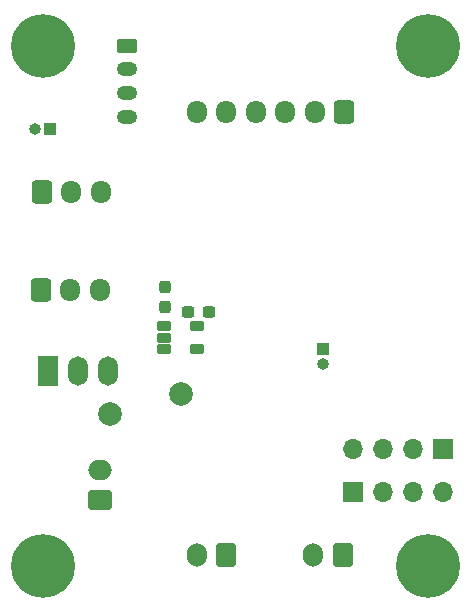
<source format=gbr>
%TF.GenerationSoftware,KiCad,Pcbnew,8.0.8*%
%TF.CreationDate,2025-02-05T17:51:18+01:00*%
%TF.ProjectId,Janus_finalV,4a616e75-735f-4666-996e-616c562e6b69,rev?*%
%TF.SameCoordinates,Original*%
%TF.FileFunction,Soldermask,Bot*%
%TF.FilePolarity,Negative*%
%FSLAX46Y46*%
G04 Gerber Fmt 4.6, Leading zero omitted, Abs format (unit mm)*
G04 Created by KiCad (PCBNEW 8.0.8) date 2025-02-05 17:51:18*
%MOMM*%
%LPD*%
G01*
G04 APERTURE LIST*
G04 Aperture macros list*
%AMRoundRect*
0 Rectangle with rounded corners*
0 $1 Rounding radius*
0 $2 $3 $4 $5 $6 $7 $8 $9 X,Y pos of 4 corners*
0 Add a 4 corners polygon primitive as box body*
4,1,4,$2,$3,$4,$5,$6,$7,$8,$9,$2,$3,0*
0 Add four circle primitives for the rounded corners*
1,1,$1+$1,$2,$3*
1,1,$1+$1,$4,$5*
1,1,$1+$1,$6,$7*
1,1,$1+$1,$8,$9*
0 Add four rect primitives between the rounded corners*
20,1,$1+$1,$2,$3,$4,$5,0*
20,1,$1+$1,$4,$5,$6,$7,0*
20,1,$1+$1,$6,$7,$8,$9,0*
20,1,$1+$1,$8,$9,$2,$3,0*%
G04 Aperture macros list end*
%ADD10R,1.700000X1.700000*%
%ADD11O,1.700000X1.700000*%
%ADD12C,5.400000*%
%ADD13RoundRect,0.250000X-0.625000X0.350000X-0.625000X-0.350000X0.625000X-0.350000X0.625000X0.350000X0*%
%ADD14O,1.750000X1.200000*%
%ADD15R,1.000000X1.000000*%
%ADD16O,1.000000X1.000000*%
%ADD17R,1.700000X2.500000*%
%ADD18O,1.700000X2.500000*%
%ADD19RoundRect,0.250000X-0.600000X-0.725000X0.600000X-0.725000X0.600000X0.725000X-0.600000X0.725000X0*%
%ADD20O,1.700000X1.950000*%
%ADD21RoundRect,0.250000X0.600000X0.725000X-0.600000X0.725000X-0.600000X-0.725000X0.600000X-0.725000X0*%
%ADD22C,2.000000*%
%ADD23RoundRect,0.250000X0.600000X0.750000X-0.600000X0.750000X-0.600000X-0.750000X0.600000X-0.750000X0*%
%ADD24O,1.700000X2.000000*%
%ADD25RoundRect,0.250000X0.750000X-0.600000X0.750000X0.600000X-0.750000X0.600000X-0.750000X-0.600000X0*%
%ADD26O,2.000000X1.700000*%
%ADD27RoundRect,0.102000X-0.450000X-0.300000X0.450000X-0.300000X0.450000X0.300000X-0.450000X0.300000X0*%
%ADD28RoundRect,0.237500X-0.300000X-0.237500X0.300000X-0.237500X0.300000X0.237500X-0.300000X0.237500X0*%
%ADD29RoundRect,0.237500X0.237500X-0.300000X0.237500X0.300000X-0.237500X0.300000X-0.237500X-0.300000X0*%
G04 APERTURE END LIST*
D10*
%TO.C,J14*%
X140600000Y-79400000D03*
D11*
X143140000Y-79400000D03*
X145680000Y-79400000D03*
X148220000Y-79400000D03*
%TD*%
D12*
%TO.C,H2*%
X147000000Y-85600000D03*
%TD*%
D13*
%TO.C,J2*%
X121500000Y-41600000D03*
D14*
X121500000Y-43600000D03*
X121500000Y-45600000D03*
X121500000Y-47600000D03*
%TD*%
D15*
%TO.C,J13*%
X138100000Y-67250000D03*
D16*
X138100000Y-68520000D03*
%TD*%
D17*
%TO.C,J4*%
X114820000Y-69100000D03*
D18*
X117360000Y-69100000D03*
X119900000Y-69100000D03*
%TD*%
D12*
%TO.C,H1*%
X114400000Y-41600000D03*
%TD*%
D19*
%TO.C,J5*%
X114200000Y-62300000D03*
D20*
X116700000Y-62300000D03*
X119200000Y-62300000D03*
%TD*%
D19*
%TO.C,J6*%
X114300000Y-54000000D03*
D20*
X116800000Y-54000000D03*
X119300000Y-54000000D03*
%TD*%
D15*
%TO.C,J12*%
X115000000Y-48600000D03*
D16*
X113730000Y-48600000D03*
%TD*%
D10*
%TO.C,J11*%
X148240000Y-75700000D03*
D11*
X145700000Y-75700000D03*
X143160000Y-75700000D03*
X140620000Y-75700000D03*
%TD*%
D12*
%TO.C,H3*%
X147000000Y-41600000D03*
%TD*%
%TO.C,H4*%
X114400000Y-85600000D03*
%TD*%
D21*
%TO.C,J8*%
X139900000Y-47200000D03*
D20*
X137400000Y-47200000D03*
X134900000Y-47200000D03*
X132400000Y-47200000D03*
X129900000Y-47200000D03*
X127400000Y-47200000D03*
%TD*%
D22*
%TO.C,TP2*%
X126100000Y-71100000D03*
%TD*%
D23*
%TO.C,J9*%
X129900000Y-84700000D03*
D24*
X127400000Y-84700000D03*
%TD*%
D25*
%TO.C,J1*%
X119200000Y-80050000D03*
D26*
X119200000Y-77550000D03*
%TD*%
D22*
%TO.C,TP1*%
X120100000Y-72800000D03*
%TD*%
D23*
%TO.C,J10*%
X139750000Y-84700000D03*
D24*
X137250000Y-84700000D03*
%TD*%
D27*
%TO.C,J3*%
X124662500Y-67250000D03*
X124662500Y-66300000D03*
X124662500Y-65350000D03*
X127462500Y-65350000D03*
X127462500Y-67250000D03*
%TD*%
D28*
%TO.C,C2*%
X126700000Y-64100000D03*
X128425000Y-64100000D03*
%TD*%
D29*
%TO.C,C1*%
X124700000Y-63725000D03*
X124700000Y-62000000D03*
%TD*%
M02*

</source>
